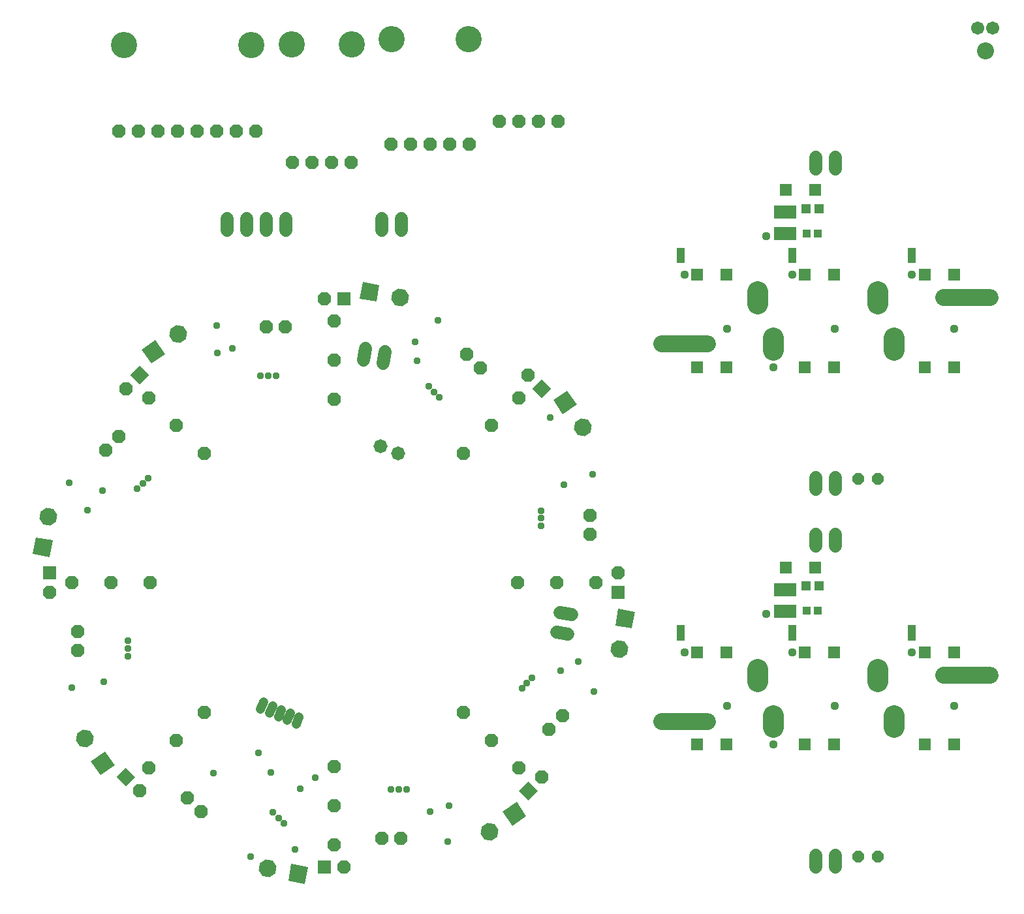
<source format=gbr>
G04 EAGLE Gerber RS-274X export*
G75*
%MOMM*%
%FSLAX34Y34*%
%LPD*%
%INSoldermask Bottom*%
%IPPOS*%
%AMOC8*
5,1,8,0,0,1.08239X$1,22.5*%
G01*
%ADD10C,2.203200*%
%ADD11R,2.903200X1.803200*%
%ADD12R,1.603200X1.603200*%
%ADD13C,1.727200*%
%ADD14R,1.003200X1.003200*%
%ADD15R,1.203200X1.303200*%
%ADD16C,2.703200*%
%ADD17C,2.203200*%
%ADD18P,1.635708X8X22.500000*%
%ADD19P,1.852186X8X180.000000*%
%ADD20P,1.852186X8X337.500000*%
%ADD21P,1.852186X8X292.500000*%
%ADD22P,1.852186X8X22.500000*%
%ADD23C,1.211200*%
%ADD24R,1.727200X1.727200*%
%ADD25P,1.869504X8X292.500000*%
%ADD26R,1.727200X1.727200*%
%ADD27P,1.869504X8X247.500000*%
%ADD28P,1.869504X8X202.500000*%
%ADD29P,1.852186X8X247.500000*%
%ADD30P,1.869504X8X157.500000*%
%ADD31P,1.852186X8X202.500000*%
%ADD32P,1.869504X8X112.500000*%
%ADD33P,1.852186X8X157.500000*%
%ADD34P,1.869504X8X67.500000*%
%ADD35P,1.852186X8X112.500000*%
%ADD36P,1.869504X8X22.500000*%
%ADD37P,1.852186X8X67.500000*%
%ADD38P,1.869504X8X337.500000*%
%ADD39R,2.203200X2.203200*%
%ADD40P,2.384722X8X192.500000*%
%ADD41P,2.384722X8X147.500000*%
%ADD42P,2.384722X8X102.500000*%
%ADD43P,2.384722X8X237.500000*%
%ADD44P,2.384722X8X57.500000*%
%ADD45P,2.384722X8X372.500000*%
%ADD46P,2.384722X8X327.500000*%
%ADD47P,2.384722X8X282.500000*%
%ADD48C,3.403200*%
%ADD49C,1.109600*%
%ADD50C,0.959600*%
%ADD51C,1.703200*%


D10*
X1235000Y1080000D03*
D11*
X975400Y381400D03*
X975400Y353400D03*
D12*
X899000Y300000D03*
X861000Y300000D03*
X861000Y180000D03*
X899000Y180000D03*
X1001000Y180000D03*
X1039000Y180000D03*
X1039000Y300000D03*
X1001000Y300000D03*
D13*
X1040700Y437380D02*
X1040700Y452620D01*
X1015300Y452620D02*
X1015300Y437380D01*
D14*
X1003100Y353700D03*
X1018100Y353700D03*
D15*
X1002500Y385900D03*
X1019500Y385900D03*
D16*
X939500Y278000D02*
X939500Y262000D01*
D17*
X875000Y210000D02*
X815000Y210000D01*
D16*
X960500Y218000D02*
X960500Y202000D01*
X1095500Y262000D02*
X1095500Y278000D01*
D13*
X1015300Y36620D02*
X1015300Y21380D01*
X1040700Y21380D02*
X1040700Y36620D01*
D18*
X1070500Y35000D03*
X1095500Y35000D03*
D17*
X1181000Y270000D02*
X1241000Y270000D01*
D16*
X1116500Y218000D02*
X1116500Y202000D01*
D12*
X1195000Y300000D03*
X1157000Y300000D03*
X1157000Y180000D03*
X1195000Y180000D03*
X976000Y410000D03*
X1014000Y410000D03*
D14*
X840000Y320000D03*
X840000Y330000D03*
X985000Y320000D03*
X985000Y330000D03*
X1140000Y320000D03*
X1140000Y330000D03*
D11*
X975400Y871400D03*
X975400Y843400D03*
D12*
X899000Y790000D03*
X861000Y790000D03*
X861000Y670000D03*
X899000Y670000D03*
X1001000Y670000D03*
X1039000Y670000D03*
X1039000Y790000D03*
X1001000Y790000D03*
D13*
X1040700Y927380D02*
X1040700Y942620D01*
X1015300Y942620D02*
X1015300Y927380D01*
D14*
X1003100Y843700D03*
X1018100Y843700D03*
D15*
X1002500Y875900D03*
X1019500Y875900D03*
D16*
X939500Y768000D02*
X939500Y752000D01*
D17*
X875000Y700000D02*
X815000Y700000D01*
D16*
X960500Y708000D02*
X960500Y692000D01*
X1095500Y752000D02*
X1095500Y768000D01*
D13*
X1015300Y526620D02*
X1015300Y511380D01*
X1040700Y511380D02*
X1040700Y526620D01*
D18*
X1070500Y525000D03*
X1095500Y525000D03*
D17*
X1181000Y760000D02*
X1241000Y760000D01*
D16*
X1116500Y708000D02*
X1116500Y692000D01*
D12*
X1195000Y790000D03*
X1157000Y790000D03*
X1157000Y670000D03*
X1195000Y670000D03*
X976000Y900000D03*
X1014000Y900000D03*
D14*
X840000Y810000D03*
X840000Y820000D03*
X985000Y810000D03*
X985000Y820000D03*
X1140000Y810000D03*
X1140000Y820000D03*
D19*
X450312Y567444D03*
X473408Y557876D03*
D20*
X217339Y93061D03*
X199661Y110739D03*
D21*
X57900Y302000D03*
X57900Y327000D03*
D22*
X390000Y151800D03*
X390000Y101000D03*
X390000Y50200D03*
D20*
X221571Y221571D03*
X185650Y185650D03*
X149729Y149729D03*
D21*
X151800Y390000D03*
X101000Y390000D03*
X50200Y390000D03*
D23*
X345088Y216127D02*
X341230Y206814D01*
X329682Y211598D02*
X333539Y220910D01*
X321991Y225694D02*
X318133Y216381D01*
X306585Y221165D02*
X310442Y230477D01*
X298894Y235261D02*
X295036Y225948D01*
D24*
X377300Y21000D03*
D25*
X402700Y21000D03*
D22*
X477000Y58900D03*
X452000Y58900D03*
D26*
G36*
X107887Y138060D02*
X120100Y150273D01*
X132313Y138060D01*
X120100Y125847D01*
X107887Y138060D01*
G37*
D27*
X138060Y120100D03*
D24*
X21000Y402700D03*
D28*
X21000Y377300D03*
D29*
X93661Y562061D03*
X111339Y579739D03*
X221571Y558429D03*
X185650Y594350D03*
X149729Y630271D03*
D26*
G36*
X138060Y672113D02*
X150273Y659900D01*
X138060Y647687D01*
X125847Y659900D01*
X138060Y672113D01*
G37*
D30*
X120100Y641940D03*
D31*
X302000Y722100D03*
X327000Y722100D03*
X390000Y628200D03*
X390000Y679000D03*
X390000Y729800D03*
D24*
X402700Y759000D03*
D32*
X377300Y759000D03*
D33*
X562661Y686739D03*
X580339Y669061D03*
X558429Y558429D03*
X594350Y594350D03*
X630271Y630271D03*
D26*
G36*
X672113Y641940D02*
X659900Y629727D01*
X647687Y641940D01*
X659900Y654153D01*
X672113Y641940D01*
G37*
D34*
X641940Y659900D03*
D35*
X722100Y478000D03*
X722100Y453000D03*
X628200Y390000D03*
X679000Y390000D03*
X729800Y390000D03*
D24*
X759000Y377300D03*
D36*
X759000Y402700D03*
D37*
X686939Y217339D03*
X669261Y199661D03*
X558429Y221571D03*
X594350Y185650D03*
X630271Y149729D03*
D26*
G36*
X641940Y107887D02*
X629727Y120100D01*
X641940Y132313D01*
X654153Y120100D01*
X641940Y107887D01*
G37*
D38*
X659900Y138060D03*
D13*
X698188Y348800D02*
X683180Y351446D01*
X678769Y326432D02*
X693778Y323786D01*
X428554Y679180D02*
X431200Y694188D01*
X456214Y689778D02*
X453568Y674769D01*
D39*
G36*
X334775Y25061D02*
X356471Y21235D01*
X352645Y-461D01*
X330949Y3365D01*
X334775Y25061D01*
G37*
D40*
X304318Y19246D03*
D39*
G36*
X92899Y171000D02*
X105536Y152953D01*
X87489Y140316D01*
X74852Y158363D01*
X92899Y171000D01*
G37*
D41*
X67251Y188424D03*
D39*
G36*
X25061Y445225D02*
X21235Y423529D01*
X-461Y427355D01*
X3365Y449051D01*
X25061Y445225D01*
G37*
D42*
X19246Y475682D03*
D39*
G36*
X609000Y92899D02*
X627047Y105536D01*
X639684Y87489D01*
X621637Y74852D01*
X609000Y92899D01*
G37*
D43*
X591576Y67251D03*
D39*
G36*
X171000Y687101D02*
X152953Y674464D01*
X140316Y692511D01*
X158363Y705148D01*
X171000Y687101D01*
G37*
D44*
X188424Y712749D03*
D39*
G36*
X445225Y754939D02*
X423529Y758765D01*
X427355Y780461D01*
X449051Y776635D01*
X445225Y754939D01*
G37*
D45*
X475682Y760754D03*
D39*
G36*
X687101Y609000D02*
X674464Y627047D01*
X692511Y639684D01*
X705148Y621637D01*
X687101Y609000D01*
G37*
D46*
X712749Y591576D03*
D39*
G36*
X754939Y334775D02*
X758765Y356471D01*
X780461Y352645D01*
X776635Y330949D01*
X754939Y334775D01*
G37*
D47*
X760754Y304318D03*
D36*
X604700Y989200D03*
X630100Y989200D03*
X655500Y989200D03*
X680900Y989200D03*
D13*
X251900Y862620D02*
X251900Y847380D01*
X277300Y847380D02*
X277300Y862620D01*
X302700Y862620D02*
X302700Y847380D01*
X328100Y847380D02*
X328100Y862620D01*
D48*
X335400Y1088900D03*
X413400Y1088900D03*
D36*
X336300Y935600D03*
X361700Y935600D03*
X387100Y935600D03*
X412500Y935600D03*
D48*
X464700Y1095600D03*
X564700Y1095600D03*
D36*
X463900Y959300D03*
X489300Y959300D03*
X514700Y959300D03*
X540100Y959300D03*
X565500Y959300D03*
D48*
X282500Y1087700D03*
X117500Y1087700D03*
D28*
X288900Y975900D03*
X263500Y975900D03*
X238100Y975900D03*
X212700Y975900D03*
X187300Y975900D03*
X161900Y975900D03*
X136500Y975900D03*
X111100Y975900D03*
D13*
X477700Y862620D02*
X477700Y847380D01*
X452300Y847380D02*
X452300Y862620D01*
D49*
X960500Y180000D03*
X950532Y350000D03*
X1195000Y230000D03*
X900000Y230000D03*
X985000Y300000D03*
X1140000Y300000D03*
X845000Y300000D03*
X1040000Y230000D03*
X960500Y670000D03*
X950532Y840000D03*
X1195000Y720000D03*
X900000Y720000D03*
X985000Y790000D03*
X1140000Y790000D03*
X845000Y790000D03*
X1040000Y720000D03*
D50*
X474000Y122000D03*
X484000Y122000D03*
X464000Y122000D03*
X640230Y259730D03*
X647020Y266510D03*
X633805Y253195D03*
X658672Y473980D03*
X658642Y483860D03*
X658642Y463910D03*
X520000Y638000D03*
X513000Y645000D03*
X527000Y631000D03*
X305000Y659000D03*
X315000Y659000D03*
X295000Y659000D03*
X142000Y519000D03*
X135000Y512000D03*
X149000Y526000D03*
X123000Y305000D03*
X123000Y315000D03*
X123000Y295000D03*
X318000Y85000D03*
X311000Y92000D03*
X325000Y78000D03*
X671000Y605000D03*
X726000Y531000D03*
X707000Y288000D03*
X727000Y249000D03*
X539000Y101000D03*
X538000Y54000D03*
X282000Y35000D03*
X234000Y143000D03*
X50000Y254000D03*
X70000Y484000D03*
X47000Y520000D03*
X239000Y688000D03*
X238000Y724000D03*
X495000Y703000D03*
X525000Y731000D03*
X308000Y144000D03*
X292400Y169420D03*
X515000Y93000D03*
X366231Y137482D03*
X346010Y122670D03*
X340000Y44000D03*
X91510Y261910D03*
X90000Y510000D03*
X258270Y694510D03*
X498000Y678000D03*
X688510Y517440D03*
X684000Y276000D03*
D51*
X1225000Y1110000D03*
X1245000Y1110000D03*
M02*

</source>
